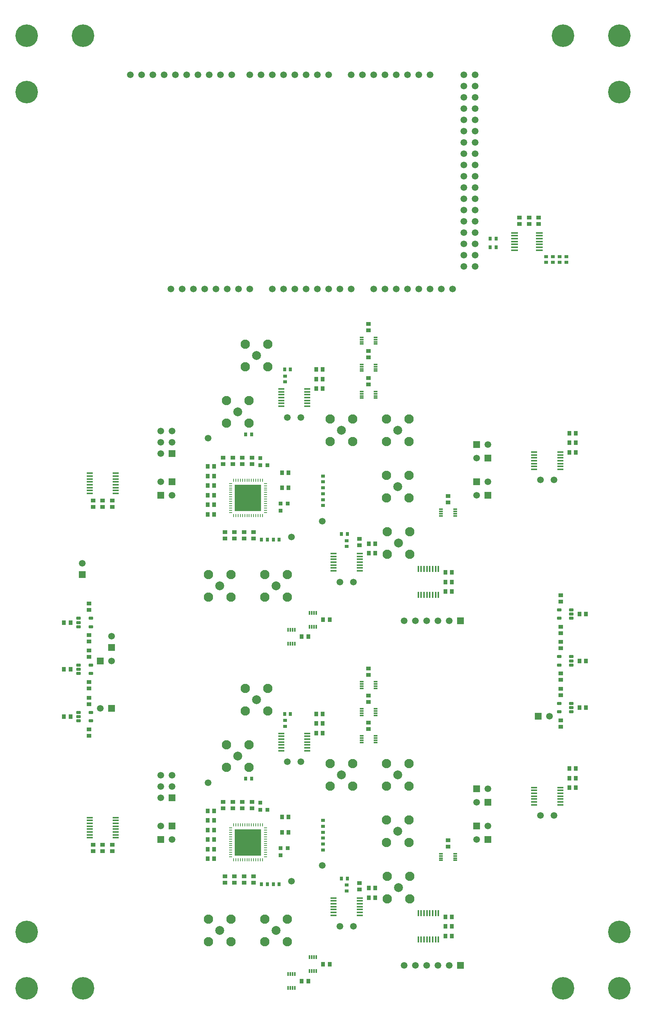
<source format=gbr>
G04*
G04 #@! TF.GenerationSoftware,Altium Limited,Altium Designer,23.5.1 (21)*
G04*
G04 Layer_Color=255*
%FSLAX26Y26*%
%MOIN*%
G70*
G04*
G04 #@! TF.SameCoordinates,4C236C01-038B-46FF-8FFE-5AAE5B5B5E28*
G04*
G04*
G04 #@! TF.FilePolarity,Positive*
G04*
G01*
G75*
%ADD20R,0.062992X0.013780*%
%ADD38O,0.029528X0.009842*%
%ADD39O,0.009842X0.029528*%
%ADD40R,0.233858X0.233858*%
%ADD41R,0.041339X0.037402*%
%ADD42R,0.037402X0.031496*%
%ADD43R,0.031496X0.037402*%
%ADD44R,0.058071X0.017716*%
%ADD45R,0.037402X0.041339*%
%ADD46R,0.033465X0.011811*%
G04:AMPARAMS|DCode=47|XSize=23.622mil|YSize=39.37mil|CornerRadius=2.008mil|HoleSize=0mil|Usage=FLASHONLY|Rotation=270.000|XOffset=0mil|YOffset=0mil|HoleType=Round|Shape=RoundedRectangle|*
%AMROUNDEDRECTD47*
21,1,0.023622,0.035354,0,0,270.0*
21,1,0.019606,0.039370,0,0,270.0*
1,1,0.004016,-0.017677,-0.009803*
1,1,0.004016,-0.017677,0.009803*
1,1,0.004016,0.017677,0.009803*
1,1,0.004016,0.017677,-0.009803*
%
%ADD47ROUNDEDRECTD47*%
%ADD48R,0.017716X0.058071*%
%ADD49R,0.011811X0.033465*%
%ADD50R,0.035433X0.035433*%
%ADD51R,0.035433X0.035433*%
%ADD54C,0.200000*%
%ADD55C,0.059055*%
%ADD56C,0.082677*%
%ADD57R,0.059055X0.059055*%
%ADD58C,0.078740*%
%ADD59R,0.059055X0.059055*%
D20*
X4700236Y6851772D02*
D03*
Y6826181D02*
D03*
Y6800591D02*
D03*
Y6775000D02*
D03*
Y6749409D02*
D03*
Y6723819D02*
D03*
Y6698228D02*
D03*
X4479764D02*
D03*
Y6723819D02*
D03*
Y6749409D02*
D03*
Y6775000D02*
D03*
Y6800591D02*
D03*
Y6826181D02*
D03*
Y6851772D02*
D03*
D38*
X1959488Y1572953D02*
D03*
Y1553268D02*
D03*
Y1533583D02*
D03*
Y1513898D02*
D03*
Y1494213D02*
D03*
Y1474527D02*
D03*
Y1454842D02*
D03*
Y1435158D02*
D03*
Y1415472D02*
D03*
Y1395787D02*
D03*
Y1376102D02*
D03*
Y1356417D02*
D03*
Y1336732D02*
D03*
Y1317047D02*
D03*
X2270512D02*
D03*
Y1336732D02*
D03*
Y1356417D02*
D03*
Y1376102D02*
D03*
Y1395787D02*
D03*
Y1415472D02*
D03*
Y1435158D02*
D03*
Y1454842D02*
D03*
Y1474527D02*
D03*
Y1494213D02*
D03*
Y1513898D02*
D03*
Y1533583D02*
D03*
Y1553268D02*
D03*
Y1572953D02*
D03*
X1959488Y4627953D02*
D03*
Y4608268D02*
D03*
Y4588583D02*
D03*
Y4568898D02*
D03*
Y4549213D02*
D03*
Y4529528D02*
D03*
Y4509842D02*
D03*
Y4490158D02*
D03*
Y4470472D02*
D03*
Y4450787D02*
D03*
Y4431102D02*
D03*
Y4411417D02*
D03*
Y4391732D02*
D03*
Y4372047D02*
D03*
X2270512D02*
D03*
Y4391732D02*
D03*
Y4411417D02*
D03*
Y4431102D02*
D03*
Y4450787D02*
D03*
Y4470472D02*
D03*
Y4490158D02*
D03*
Y4509842D02*
D03*
Y4529528D02*
D03*
Y4549213D02*
D03*
Y4568898D02*
D03*
Y4588583D02*
D03*
Y4608268D02*
D03*
Y4627953D02*
D03*
D39*
X1987047Y1289488D02*
D03*
X2006732D02*
D03*
X2026417D02*
D03*
X2046102D02*
D03*
X2065787D02*
D03*
X2085472D02*
D03*
X2105157D02*
D03*
X2124843D02*
D03*
X2144528D02*
D03*
X2164213D02*
D03*
X2183898D02*
D03*
X2203583D02*
D03*
X2223268D02*
D03*
X2242953D02*
D03*
Y1600512D02*
D03*
X2223268D02*
D03*
X2203583D02*
D03*
X2183898D02*
D03*
X2164213D02*
D03*
X2144528D02*
D03*
X2124843D02*
D03*
X2105157D02*
D03*
X2085472D02*
D03*
X2065787D02*
D03*
X2046102D02*
D03*
X2026417D02*
D03*
X2006732D02*
D03*
X1987047D02*
D03*
Y4344488D02*
D03*
X2006732D02*
D03*
X2026417D02*
D03*
X2046102D02*
D03*
X2065787D02*
D03*
X2085472D02*
D03*
X2105157D02*
D03*
X2124843D02*
D03*
X2144528D02*
D03*
X2164213D02*
D03*
X2183898D02*
D03*
X2203583D02*
D03*
X2223268D02*
D03*
X2242953D02*
D03*
Y4655512D02*
D03*
X2223268D02*
D03*
X2203583D02*
D03*
X2183898D02*
D03*
X2164213D02*
D03*
X2144528D02*
D03*
X2124843D02*
D03*
X2105157D02*
D03*
X2085472D02*
D03*
X2065787D02*
D03*
X2046102D02*
D03*
X2026417D02*
D03*
X2006732D02*
D03*
X1987047D02*
D03*
D40*
X2115000Y1445000D02*
D03*
Y4500000D02*
D03*
D41*
X4695000Y6931457D02*
D03*
Y6988543D02*
D03*
X4610000Y6931457D02*
D03*
Y6988543D02*
D03*
X4525000Y6931457D02*
D03*
Y6988543D02*
D03*
X1895000Y4801456D02*
D03*
X1910000Y4198544D02*
D03*
X1895000Y1746456D02*
D03*
X1910000Y1143544D02*
D03*
X3890000Y4518544D02*
D03*
X3185000Y6043544D02*
D03*
Y5803544D02*
D03*
Y5563544D02*
D03*
X3105000Y4138544D02*
D03*
X4890000Y3301456D02*
D03*
Y3638544D02*
D03*
Y3223544D02*
D03*
X2165000Y4141456D02*
D03*
X2080000D02*
D03*
X4890000Y2886456D02*
D03*
Y2808544D02*
D03*
X3185000Y2988544D02*
D03*
Y2748544D02*
D03*
Y2508544D02*
D03*
X4890000Y2471456D02*
D03*
X3890000Y1463544D02*
D03*
X3105000Y1083544D02*
D03*
X2165000Y1086456D02*
D03*
X2080000D02*
D03*
X2065000Y4858544D02*
D03*
X1895000D02*
D03*
X1980000D02*
D03*
X1995000Y4141456D02*
D03*
X1910000D02*
D03*
X910000Y4421456D02*
D03*
X740000D02*
D03*
X825000D02*
D03*
X705000Y3563544D02*
D03*
Y3148544D02*
D03*
Y3226456D02*
D03*
Y2728544D02*
D03*
Y2811456D02*
D03*
Y2391456D02*
D03*
X2065000Y1803544D02*
D03*
X1980000D02*
D03*
X1895000D02*
D03*
X1995000Y1086456D02*
D03*
X1910000D02*
D03*
X825000Y1366456D02*
D03*
X910000D02*
D03*
X740000D02*
D03*
X2150000Y1803544D02*
D03*
Y1746456D02*
D03*
X3105000Y1026456D02*
D03*
X3185000Y2691456D02*
D03*
Y2451456D02*
D03*
Y2931456D02*
D03*
X1995000Y1143544D02*
D03*
X1980000Y1746456D02*
D03*
X3890000Y1406456D02*
D03*
X2080000Y1143544D02*
D03*
X2065000Y1746456D02*
D03*
X2165000Y1143544D02*
D03*
Y4198544D02*
D03*
X2065000Y4801456D02*
D03*
X2080000Y4198544D02*
D03*
X3890000Y4461456D02*
D03*
X1980000Y4801456D02*
D03*
X1995000Y4198544D02*
D03*
X3185000Y5986456D02*
D03*
Y5506456D02*
D03*
Y5746456D02*
D03*
X3105000Y4081456D02*
D03*
X2150000Y4858544D02*
D03*
Y4801456D02*
D03*
X4890000Y2528544D02*
D03*
X705000Y2671456D02*
D03*
X4890000Y2751456D02*
D03*
X705000Y2448544D02*
D03*
X4890000Y3358544D02*
D03*
Y2943544D02*
D03*
Y3581456D02*
D03*
Y3166456D02*
D03*
X705000Y3506456D02*
D03*
Y3091456D02*
D03*
Y3283544D02*
D03*
Y2868544D02*
D03*
X740000Y4478544D02*
D03*
X825000D02*
D03*
X910000D02*
D03*
X740000Y1423544D02*
D03*
X825000D02*
D03*
X910000D02*
D03*
D42*
X4940000Y6589409D02*
D03*
Y6640591D02*
D03*
X4820000Y6589409D02*
D03*
Y6640591D02*
D03*
X4880000Y6589409D02*
D03*
Y6640591D02*
D03*
X4760000Y6589409D02*
D03*
Y6640591D02*
D03*
X2779198Y4643600D02*
D03*
Y4538600D02*
D03*
Y4433600D02*
D03*
Y1588600D02*
D03*
Y1483600D02*
D03*
Y1378600D02*
D03*
Y1639780D02*
D03*
X2445000Y2525590D02*
D03*
Y2474410D02*
D03*
X2779198Y1534780D02*
D03*
X2990000Y1065590D02*
D03*
Y1014410D02*
D03*
X2779198Y1429780D02*
D03*
Y4484780D02*
D03*
X2990000Y4120590D02*
D03*
Y4069410D02*
D03*
X2779198Y4589780D02*
D03*
X2445000Y5580590D02*
D03*
Y5529410D02*
D03*
X2779198Y4694780D02*
D03*
D43*
X4264409Y6725000D02*
D03*
X4315591D02*
D03*
X4315590Y6800000D02*
D03*
X4264410D02*
D03*
X2490590Y5640000D02*
D03*
X2145590Y5065000D02*
D03*
X2944410Y4180000D02*
D03*
X2285590Y4130000D02*
D03*
X2390590D02*
D03*
X2490590Y2585000D02*
D03*
X2145590Y2010000D02*
D03*
X2944410Y1125000D02*
D03*
X2285590Y1075000D02*
D03*
X2390590D02*
D03*
X2094410Y2010000D02*
D03*
X2339410Y1075000D02*
D03*
X2234410D02*
D03*
X2439410Y2585000D02*
D03*
X2995590Y1125000D02*
D03*
Y4180000D02*
D03*
X2439410Y5640000D02*
D03*
X2234410Y4130000D02*
D03*
X2339410D02*
D03*
X2094410Y5065000D02*
D03*
D44*
X4654330Y4804410D02*
D03*
X2409330Y5364410D02*
D03*
Y2309410D02*
D03*
X4654330Y1829410D02*
D03*
X2874330Y3904410D02*
D03*
Y849410D02*
D03*
X4654330Y4753228D02*
D03*
X2409330Y5313228D02*
D03*
X2874330Y3853228D02*
D03*
X4654330Y1778228D02*
D03*
X2409330Y2258228D02*
D03*
X2874330Y798228D02*
D03*
X709330Y4642796D02*
D03*
Y1664566D02*
D03*
Y1638976D02*
D03*
Y1587796D02*
D03*
Y1485434D02*
D03*
X4654330Y4906772D02*
D03*
Y4881182D02*
D03*
Y4855590D02*
D03*
Y4830000D02*
D03*
Y4778818D02*
D03*
X4885670Y4753228D02*
D03*
Y4778818D02*
D03*
Y4804410D02*
D03*
Y4830000D02*
D03*
Y4855590D02*
D03*
Y4881182D02*
D03*
Y4906772D02*
D03*
X2409330Y2411772D02*
D03*
Y2386182D02*
D03*
Y2360590D02*
D03*
Y2335000D02*
D03*
Y2283818D02*
D03*
X2640670Y2258228D02*
D03*
Y2283818D02*
D03*
Y2309410D02*
D03*
Y2335000D02*
D03*
Y2360590D02*
D03*
Y2386182D02*
D03*
Y2411772D02*
D03*
X2874330Y951772D02*
D03*
Y926182D02*
D03*
Y900590D02*
D03*
Y875000D02*
D03*
Y823818D02*
D03*
X3105670Y798228D02*
D03*
Y823818D02*
D03*
Y849410D02*
D03*
Y875000D02*
D03*
Y900590D02*
D03*
Y926182D02*
D03*
Y951772D02*
D03*
X2874330Y4006772D02*
D03*
Y3981182D02*
D03*
Y3955590D02*
D03*
Y3930000D02*
D03*
Y3878818D02*
D03*
X3105670Y3853228D02*
D03*
Y3878818D02*
D03*
Y3904410D02*
D03*
Y3930000D02*
D03*
Y3955590D02*
D03*
Y3981182D02*
D03*
Y4006772D02*
D03*
X2409330Y5466772D02*
D03*
Y5441182D02*
D03*
Y5415590D02*
D03*
Y5390000D02*
D03*
Y5338818D02*
D03*
X2640670Y5313228D02*
D03*
Y5338818D02*
D03*
Y5364410D02*
D03*
Y5390000D02*
D03*
Y5415590D02*
D03*
Y5441182D02*
D03*
Y5466772D02*
D03*
X4885670Y1931772D02*
D03*
Y1906182D02*
D03*
Y1880590D02*
D03*
Y1855000D02*
D03*
Y1829410D02*
D03*
Y1803818D02*
D03*
Y1778228D02*
D03*
X4654330Y1803818D02*
D03*
Y1855000D02*
D03*
Y1880590D02*
D03*
Y1906182D02*
D03*
Y1931772D02*
D03*
X940670Y4540434D02*
D03*
Y4566024D02*
D03*
Y4591614D02*
D03*
Y4617204D02*
D03*
Y4642796D02*
D03*
Y4668386D02*
D03*
Y4693976D02*
D03*
Y4719566D02*
D03*
X709330D02*
D03*
Y4693976D02*
D03*
Y4668386D02*
D03*
Y4617204D02*
D03*
Y4591614D02*
D03*
Y4566024D02*
D03*
Y4540434D02*
D03*
Y1511024D02*
D03*
Y1536614D02*
D03*
Y1562204D02*
D03*
Y1613386D02*
D03*
X940670Y1664566D02*
D03*
Y1638976D02*
D03*
Y1613386D02*
D03*
Y1587796D02*
D03*
Y1562204D02*
D03*
Y1536614D02*
D03*
Y1511024D02*
D03*
Y1485434D02*
D03*
D45*
X1813544Y4440000D02*
D03*
Y1385000D02*
D03*
X5023544Y5075000D02*
D03*
Y4990000D02*
D03*
Y4905000D02*
D03*
X3243544Y4095000D02*
D03*
X5056456Y3470000D02*
D03*
X3923544Y3840000D02*
D03*
Y3755000D02*
D03*
X3243544Y4010000D02*
D03*
X3923544Y3670000D02*
D03*
X2777086Y5555000D02*
D03*
Y5640000D02*
D03*
Y5470000D02*
D03*
X2473544Y4590000D02*
D03*
Y4725000D02*
D03*
X2838544Y3420000D02*
D03*
X2648544Y3270000D02*
D03*
X5056456Y3055000D02*
D03*
Y2640000D02*
D03*
X5023544Y2015000D02*
D03*
Y2100000D02*
D03*
Y1930000D02*
D03*
X3923544Y700000D02*
D03*
Y785000D02*
D03*
Y615000D02*
D03*
X3243544Y955000D02*
D03*
Y1040000D02*
D03*
X2777086Y2500000D02*
D03*
Y2585000D02*
D03*
Y2415000D02*
D03*
X2473544Y1535000D02*
D03*
Y1670000D02*
D03*
X2838544Y365000D02*
D03*
X2648544Y215000D02*
D03*
X1756456Y4780000D02*
D03*
Y4610000D02*
D03*
Y4695000D02*
D03*
Y4440000D02*
D03*
Y4525000D02*
D03*
Y4355000D02*
D03*
X538544Y3395000D02*
D03*
Y2980000D02*
D03*
Y2560000D02*
D03*
X1756456Y1725000D02*
D03*
Y1640000D02*
D03*
Y1555000D02*
D03*
Y1470000D02*
D03*
Y1385000D02*
D03*
Y1300000D02*
D03*
X4966456Y5075000D02*
D03*
Y4905000D02*
D03*
Y4990000D02*
D03*
X2720000Y2585000D02*
D03*
Y2500000D02*
D03*
Y2415000D02*
D03*
X3186456Y1040000D02*
D03*
Y955000D02*
D03*
X3866456Y785000D02*
D03*
Y700000D02*
D03*
Y615000D02*
D03*
X2781456Y365000D02*
D03*
X2591456Y215000D02*
D03*
X1813544Y1470000D02*
D03*
Y1300000D02*
D03*
X2416456Y1670000D02*
D03*
X1813544Y1555000D02*
D03*
Y1640000D02*
D03*
Y1725000D02*
D03*
X2416456Y1535000D02*
D03*
X1813544Y4780000D02*
D03*
Y4695000D02*
D03*
Y4610000D02*
D03*
X2416456Y4590000D02*
D03*
Y4725000D02*
D03*
X1813544Y4355000D02*
D03*
Y4525000D02*
D03*
X2591456Y3270000D02*
D03*
X2781456Y3420000D02*
D03*
X3866456Y3670000D02*
D03*
Y3755000D02*
D03*
Y3840000D02*
D03*
X3186456Y4010000D02*
D03*
Y4095000D02*
D03*
X2720000Y5470000D02*
D03*
Y5555000D02*
D03*
Y5640000D02*
D03*
X5113544Y2640000D02*
D03*
X481456Y2560000D02*
D03*
X5113544Y3470000D02*
D03*
Y3055000D02*
D03*
X481456Y3395000D02*
D03*
Y2980000D02*
D03*
X4966456Y1930000D02*
D03*
Y2015000D02*
D03*
Y2100000D02*
D03*
D46*
X3827992Y4340472D02*
D03*
X3122992Y5865472D02*
D03*
Y5385472D02*
D03*
Y5625472D02*
D03*
Y2810472D02*
D03*
Y2570472D02*
D03*
X3827992Y1285472D02*
D03*
X3122992Y2330472D02*
D03*
X3247008Y2629528D02*
D03*
Y2609842D02*
D03*
Y2590158D02*
D03*
Y2570472D02*
D03*
X3122992Y2590158D02*
D03*
Y2609842D02*
D03*
Y2629528D02*
D03*
X3247008Y2389528D02*
D03*
Y2369842D02*
D03*
Y2350158D02*
D03*
Y2330472D02*
D03*
X3122992Y2350158D02*
D03*
Y2369842D02*
D03*
Y2389528D02*
D03*
X3247008Y2869528D02*
D03*
Y2849842D02*
D03*
Y2830158D02*
D03*
Y2810472D02*
D03*
X3122992Y2830158D02*
D03*
Y2849842D02*
D03*
Y2869528D02*
D03*
X3952008Y1344528D02*
D03*
Y1324842D02*
D03*
Y1305158D02*
D03*
Y1285472D02*
D03*
X3827992Y1305158D02*
D03*
Y1324842D02*
D03*
Y1344528D02*
D03*
X3952008Y4399528D02*
D03*
Y4379842D02*
D03*
Y4360158D02*
D03*
Y4340472D02*
D03*
X3827992Y4360158D02*
D03*
Y4379842D02*
D03*
Y4399528D02*
D03*
X3122992Y5924528D02*
D03*
Y5904842D02*
D03*
Y5885158D02*
D03*
X3247008Y5865472D02*
D03*
Y5885158D02*
D03*
Y5904842D02*
D03*
Y5924528D02*
D03*
X3122992Y5444528D02*
D03*
Y5424842D02*
D03*
Y5405158D02*
D03*
X3247008Y5385472D02*
D03*
Y5405158D02*
D03*
Y5424842D02*
D03*
Y5444528D02*
D03*
X3122992Y5684528D02*
D03*
Y5664842D02*
D03*
Y5645158D02*
D03*
X3247008Y5625472D02*
D03*
Y5645158D02*
D03*
Y5664842D02*
D03*
Y5684528D02*
D03*
D47*
X4984134Y3470000D02*
D03*
Y3055000D02*
D03*
Y2640000D02*
D03*
X610866Y3395000D02*
D03*
Y2980000D02*
D03*
Y2560000D02*
D03*
X4875866Y2602598D02*
D03*
Y2677402D02*
D03*
X4984134D02*
D03*
Y2602598D02*
D03*
X610866Y2597402D02*
D03*
Y2522598D02*
D03*
X719134D02*
D03*
Y2597402D02*
D03*
X4984134Y3432598D02*
D03*
Y3507402D02*
D03*
X4875866D02*
D03*
Y3432598D02*
D03*
Y3017598D02*
D03*
Y3092402D02*
D03*
X4984134D02*
D03*
Y3017598D02*
D03*
X610866Y3432402D02*
D03*
Y3357598D02*
D03*
X719134D02*
D03*
Y3432402D02*
D03*
X610866Y3017402D02*
D03*
Y2942598D02*
D03*
X719134D02*
D03*
Y3017402D02*
D03*
D48*
X3702204Y3639330D02*
D03*
Y584330D02*
D03*
X3804566Y815670D02*
D03*
X3778976D02*
D03*
X3753386D02*
D03*
X3727796D02*
D03*
X3702204D02*
D03*
X3676614D02*
D03*
X3651024D02*
D03*
X3625434D02*
D03*
Y584330D02*
D03*
X3651024D02*
D03*
X3676614D02*
D03*
X3727796D02*
D03*
X3753386D02*
D03*
X3778976D02*
D03*
X3804566D02*
D03*
Y3870670D02*
D03*
X3778976D02*
D03*
X3753386D02*
D03*
X3727796D02*
D03*
X3702204D02*
D03*
X3676614D02*
D03*
X3651024D02*
D03*
X3625434D02*
D03*
Y3639330D02*
D03*
X3651024D02*
D03*
X3676614D02*
D03*
X3727796D02*
D03*
X3753386D02*
D03*
X3778976D02*
D03*
X3804566D02*
D03*
D49*
X2660472Y3482008D02*
D03*
X2470472Y3332008D02*
D03*
X2660472Y427008D02*
D03*
X2470472Y277008D02*
D03*
X2719528Y302992D02*
D03*
X2699842D02*
D03*
X2680158D02*
D03*
X2660472D02*
D03*
X2680158Y427008D02*
D03*
X2699842D02*
D03*
X2719528D02*
D03*
X2529528Y152992D02*
D03*
X2509842D02*
D03*
X2490158D02*
D03*
X2470472D02*
D03*
X2490158Y277008D02*
D03*
X2509842D02*
D03*
X2529528D02*
D03*
Y3207992D02*
D03*
X2509842D02*
D03*
X2490158D02*
D03*
X2470472D02*
D03*
X2490158Y3332008D02*
D03*
X2509842D02*
D03*
X2529528D02*
D03*
X2719528Y3357992D02*
D03*
X2699842D02*
D03*
X2680158D02*
D03*
X2660472D02*
D03*
X2680158Y3482008D02*
D03*
X2699842D02*
D03*
X2719528D02*
D03*
D50*
X2225000Y1735000D02*
D03*
X2287992D02*
D03*
X2225000Y1797992D02*
D03*
Y4790000D02*
D03*
X2287992D02*
D03*
X2225000Y4852992D02*
D03*
D51*
X2405000Y1395000D02*
D03*
Y1332008D02*
D03*
X2467992Y1395000D02*
D03*
X2405000Y4450000D02*
D03*
Y4387008D02*
D03*
X2467992Y4450000D02*
D03*
D54*
X4910000Y150000D02*
D03*
X5410000Y650000D02*
D03*
Y8100000D02*
D03*
X4910000Y8600000D02*
D03*
X650000Y150000D02*
D03*
X150000Y650000D02*
D03*
Y8100000D02*
D03*
X650000Y8600000D02*
D03*
X150000D02*
D03*
Y150000D02*
D03*
X5410000Y8600000D02*
D03*
Y150000D02*
D03*
D55*
X4710000Y4660000D02*
D03*
X2465000Y5215000D02*
D03*
Y2160000D02*
D03*
X4710000Y1685000D02*
D03*
X2930000Y3755000D02*
D03*
Y700000D02*
D03*
X645000Y3920000D02*
D03*
X4130000Y6555000D02*
D03*
X4030000D02*
D03*
X2030000Y6355000D02*
D03*
X1930000D02*
D03*
X1370000Y8255000D02*
D03*
X4830000Y4660000D02*
D03*
X1340000Y4895000D02*
D03*
X1440000Y4995000D02*
D03*
X1340000D02*
D03*
X1440000Y5095000D02*
D03*
X1340000D02*
D03*
Y1840000D02*
D03*
X1440000Y1940000D02*
D03*
X1340000D02*
D03*
X1440000Y2040000D02*
D03*
X1340000D02*
D03*
X2585000Y2160000D02*
D03*
X3050000Y700000D02*
D03*
X1760000Y1975000D02*
D03*
X3900000Y355000D02*
D03*
X3800000D02*
D03*
X3700000D02*
D03*
X3600000D02*
D03*
X3500000D02*
D03*
X2500000Y1100000D02*
D03*
X2775000Y1240000D02*
D03*
X1340000Y1590000D02*
D03*
X1440000Y1470000D02*
D03*
X4245000Y1920000D02*
D03*
X4145000Y1800000D02*
D03*
X4245000Y1590000D02*
D03*
X4145000Y1470000D02*
D03*
X2775000Y4295000D02*
D03*
X1760000Y5030000D02*
D03*
X4245000Y4645000D02*
D03*
X4145000Y4525000D02*
D03*
X4245000Y4975000D02*
D03*
X4145000Y4855000D02*
D03*
X1340000Y4645000D02*
D03*
X1440000Y4525000D02*
D03*
X2500000Y4155000D02*
D03*
X3900000Y3410000D02*
D03*
X3800000D02*
D03*
X3700000D02*
D03*
X3600000D02*
D03*
X3500000D02*
D03*
X3050000Y3755000D02*
D03*
X2585000Y5215000D02*
D03*
X4790000Y2565000D02*
D03*
X805000Y2635000D02*
D03*
X905000Y3055000D02*
D03*
Y3275000D02*
D03*
X4830000Y1685000D02*
D03*
X2430000Y6355000D02*
D03*
X2630000D02*
D03*
X2530000D02*
D03*
X2830000D02*
D03*
X2730000D02*
D03*
X3030000D02*
D03*
X2930000D02*
D03*
X2330000D02*
D03*
X4130000Y6655000D02*
D03*
X4030000D02*
D03*
X4130000Y6955000D02*
D03*
Y6855000D02*
D03*
Y6755000D02*
D03*
Y7055000D02*
D03*
X4030000Y6955000D02*
D03*
Y6855000D02*
D03*
Y6755000D02*
D03*
Y7055000D02*
D03*
X4130000Y7455000D02*
D03*
Y7355000D02*
D03*
X4030000D02*
D03*
X4130000Y7255000D02*
D03*
X4030000D02*
D03*
X4130000Y7155000D02*
D03*
X4030000D02*
D03*
Y7455000D02*
D03*
X4130000Y7755000D02*
D03*
Y7655000D02*
D03*
Y7555000D02*
D03*
Y7855000D02*
D03*
X4030000Y7755000D02*
D03*
Y7655000D02*
D03*
Y7555000D02*
D03*
Y7855000D02*
D03*
X3130000Y8255000D02*
D03*
X3330000D02*
D03*
X3230000D02*
D03*
X3530000D02*
D03*
X3430000D02*
D03*
X3730000D02*
D03*
X3630000D02*
D03*
X3030000D02*
D03*
X2230000D02*
D03*
X2430000D02*
D03*
X2330000D02*
D03*
X2630000D02*
D03*
X2530000D02*
D03*
X2830000D02*
D03*
X2730000D02*
D03*
X1570000D02*
D03*
X1470000D02*
D03*
X1770000D02*
D03*
X1670000D02*
D03*
X1170000D02*
D03*
X1070000D02*
D03*
X1270000D02*
D03*
X1970000D02*
D03*
X1870000D02*
D03*
X2130000D02*
D03*
X4130000D02*
D03*
Y8155000D02*
D03*
X4030000D02*
D03*
X4130000Y8055000D02*
D03*
X4030000D02*
D03*
X4130000Y7955000D02*
D03*
X4030000D02*
D03*
Y8255000D02*
D03*
X3330000Y6355000D02*
D03*
X3530000D02*
D03*
X3430000D02*
D03*
X3730000D02*
D03*
X3630000D02*
D03*
X3930000D02*
D03*
X3830000D02*
D03*
X3230000D02*
D03*
X1530000D02*
D03*
X1730000D02*
D03*
X1630000D02*
D03*
X1830000D02*
D03*
X2130000D02*
D03*
X1430000D02*
D03*
D56*
X3545000Y5200000D02*
D03*
X3345000D02*
D03*
X3545000Y5000000D02*
D03*
X3345000Y4700000D02*
D03*
Y5000000D02*
D03*
X3545000Y4500000D02*
D03*
Y4700000D02*
D03*
X3550000Y4200000D02*
D03*
X3350000D02*
D03*
X3345000Y4500000D02*
D03*
X3550000Y4000000D02*
D03*
X3350000D02*
D03*
X2845000Y5200000D02*
D03*
X2290000Y5665000D02*
D03*
Y5865000D02*
D03*
X3045000Y5200000D02*
D03*
Y5000000D02*
D03*
X2845000D02*
D03*
X2125000Y5165000D02*
D03*
Y5365000D02*
D03*
X2465000Y3620000D02*
D03*
Y3820000D02*
D03*
X2265000Y3620000D02*
D03*
Y3820000D02*
D03*
X3545000Y1645000D02*
D03*
Y1945000D02*
D03*
X3550000Y1145000D02*
D03*
Y945000D02*
D03*
X3545000Y2145000D02*
D03*
X3345000Y1645000D02*
D03*
Y1945000D02*
D03*
X3545000Y1445000D02*
D03*
X3350000Y1145000D02*
D03*
X3345000Y1445000D02*
D03*
Y2145000D02*
D03*
X3350000Y945000D02*
D03*
X2845000Y2145000D02*
D03*
X2290000Y2610000D02*
D03*
Y2810000D02*
D03*
X3045000Y2145000D02*
D03*
Y1945000D02*
D03*
X2845000D02*
D03*
X2125000Y2110000D02*
D03*
Y2310000D02*
D03*
X2465000Y565000D02*
D03*
Y765000D02*
D03*
X2265000Y565000D02*
D03*
Y765000D02*
D03*
X2090000Y5865000D02*
D03*
Y5665000D02*
D03*
X1925000Y5165000D02*
D03*
Y5365000D02*
D03*
X2090000Y2810000D02*
D03*
Y2610000D02*
D03*
X1965000Y3820000D02*
D03*
Y3620000D02*
D03*
X1925000Y2110000D02*
D03*
Y2310000D02*
D03*
X1765000Y3620000D02*
D03*
Y3820000D02*
D03*
X1965000Y765000D02*
D03*
Y565000D02*
D03*
X1765000D02*
D03*
Y765000D02*
D03*
D57*
X1440000Y4895000D02*
D03*
Y1840000D02*
D03*
X645000Y3820000D02*
D03*
X905000Y3175000D02*
D03*
D58*
X2365000Y665000D02*
D03*
X2025000Y2210000D02*
D03*
X1865000Y665000D02*
D03*
X2945000Y2045000D02*
D03*
X2190000Y2710000D02*
D03*
X3445000Y2045000D02*
D03*
X3450000Y1045000D02*
D03*
X3445000Y1545000D02*
D03*
X3450000Y4100000D02*
D03*
X3445000Y4600000D02*
D03*
X2190000Y5765000D02*
D03*
X3445000Y5100000D02*
D03*
X1865000Y3720000D02*
D03*
X2945000Y5100000D02*
D03*
X2365000Y3720000D02*
D03*
X2025000Y5265000D02*
D03*
D59*
X4000000Y355000D02*
D03*
X1440000Y1590000D02*
D03*
X1340000Y1470000D02*
D03*
X4145000Y1920000D02*
D03*
X4245000Y1800000D02*
D03*
X4145000Y1590000D02*
D03*
X4245000Y1470000D02*
D03*
X4145000Y4645000D02*
D03*
X4245000Y4525000D02*
D03*
X4145000Y4975000D02*
D03*
X4245000Y4855000D02*
D03*
X1440000Y4645000D02*
D03*
X1340000Y4525000D02*
D03*
X4000000Y3410000D02*
D03*
X4690000Y2565000D02*
D03*
X905000Y2635000D02*
D03*
X805000Y3055000D02*
D03*
M02*

</source>
